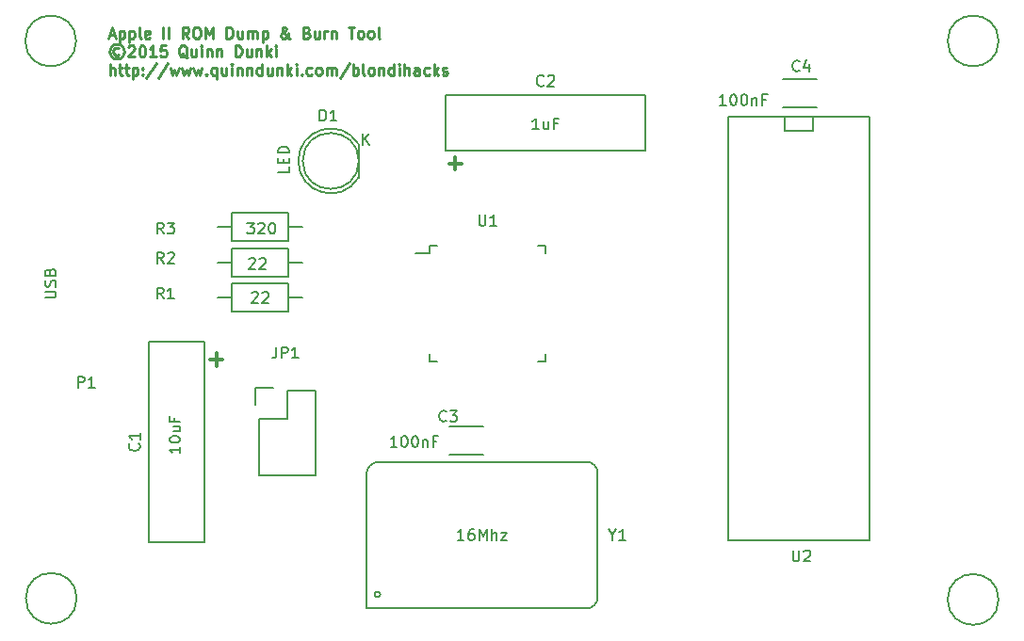
<source format=gbr>
G04 #@! TF.FileFunction,Legend,Top*
%FSLAX46Y46*%
G04 Gerber Fmt 4.6, Leading zero omitted, Abs format (unit mm)*
G04 Created by KiCad (PCBNEW (2015-07-24 BZR 5991)-product) date Tuesday, July 28, 2015 'PMt' 09:28:55 PM*
%MOMM*%
G01*
G04 APERTURE LIST*
%ADD10C,0.100000*%
%ADD11C,0.250000*%
%ADD12C,0.300000*%
%ADD13C,0.150000*%
G04 APERTURE END LIST*
D10*
D11*
X114846076Y-80507867D02*
X115322267Y-80507867D01*
X114750838Y-80793581D02*
X115084171Y-79793581D01*
X115417505Y-80793581D01*
X115750838Y-80126914D02*
X115750838Y-81126914D01*
X115750838Y-80174533D02*
X115846076Y-80126914D01*
X116036553Y-80126914D01*
X116131791Y-80174533D01*
X116179410Y-80222152D01*
X116227029Y-80317390D01*
X116227029Y-80603105D01*
X116179410Y-80698343D01*
X116131791Y-80745962D01*
X116036553Y-80793581D01*
X115846076Y-80793581D01*
X115750838Y-80745962D01*
X116655600Y-80126914D02*
X116655600Y-81126914D01*
X116655600Y-80174533D02*
X116750838Y-80126914D01*
X116941315Y-80126914D01*
X117036553Y-80174533D01*
X117084172Y-80222152D01*
X117131791Y-80317390D01*
X117131791Y-80603105D01*
X117084172Y-80698343D01*
X117036553Y-80745962D01*
X116941315Y-80793581D01*
X116750838Y-80793581D01*
X116655600Y-80745962D01*
X117703219Y-80793581D02*
X117607981Y-80745962D01*
X117560362Y-80650724D01*
X117560362Y-79793581D01*
X118465125Y-80745962D02*
X118369887Y-80793581D01*
X118179410Y-80793581D01*
X118084172Y-80745962D01*
X118036553Y-80650724D01*
X118036553Y-80269771D01*
X118084172Y-80174533D01*
X118179410Y-80126914D01*
X118369887Y-80126914D01*
X118465125Y-80174533D01*
X118512744Y-80269771D01*
X118512744Y-80365010D01*
X118036553Y-80460248D01*
X119703220Y-80793581D02*
X119703220Y-79793581D01*
X120179410Y-80793581D02*
X120179410Y-79793581D01*
X121988934Y-80793581D02*
X121655600Y-80317390D01*
X121417505Y-80793581D02*
X121417505Y-79793581D01*
X121798458Y-79793581D01*
X121893696Y-79841200D01*
X121941315Y-79888819D01*
X121988934Y-79984057D01*
X121988934Y-80126914D01*
X121941315Y-80222152D01*
X121893696Y-80269771D01*
X121798458Y-80317390D01*
X121417505Y-80317390D01*
X122607981Y-79793581D02*
X122798458Y-79793581D01*
X122893696Y-79841200D01*
X122988934Y-79936438D01*
X123036553Y-80126914D01*
X123036553Y-80460248D01*
X122988934Y-80650724D01*
X122893696Y-80745962D01*
X122798458Y-80793581D01*
X122607981Y-80793581D01*
X122512743Y-80745962D01*
X122417505Y-80650724D01*
X122369886Y-80460248D01*
X122369886Y-80126914D01*
X122417505Y-79936438D01*
X122512743Y-79841200D01*
X122607981Y-79793581D01*
X123465124Y-80793581D02*
X123465124Y-79793581D01*
X123798458Y-80507867D01*
X124131791Y-79793581D01*
X124131791Y-80793581D01*
X125369886Y-80793581D02*
X125369886Y-79793581D01*
X125607981Y-79793581D01*
X125750839Y-79841200D01*
X125846077Y-79936438D01*
X125893696Y-80031676D01*
X125941315Y-80222152D01*
X125941315Y-80365010D01*
X125893696Y-80555486D01*
X125846077Y-80650724D01*
X125750839Y-80745962D01*
X125607981Y-80793581D01*
X125369886Y-80793581D01*
X126798458Y-80126914D02*
X126798458Y-80793581D01*
X126369886Y-80126914D02*
X126369886Y-80650724D01*
X126417505Y-80745962D01*
X126512743Y-80793581D01*
X126655601Y-80793581D01*
X126750839Y-80745962D01*
X126798458Y-80698343D01*
X127274648Y-80793581D02*
X127274648Y-80126914D01*
X127274648Y-80222152D02*
X127322267Y-80174533D01*
X127417505Y-80126914D01*
X127560363Y-80126914D01*
X127655601Y-80174533D01*
X127703220Y-80269771D01*
X127703220Y-80793581D01*
X127703220Y-80269771D02*
X127750839Y-80174533D01*
X127846077Y-80126914D01*
X127988934Y-80126914D01*
X128084172Y-80174533D01*
X128131791Y-80269771D01*
X128131791Y-80793581D01*
X128607981Y-80126914D02*
X128607981Y-81126914D01*
X128607981Y-80174533D02*
X128703219Y-80126914D01*
X128893696Y-80126914D01*
X128988934Y-80174533D01*
X129036553Y-80222152D01*
X129084172Y-80317390D01*
X129084172Y-80603105D01*
X129036553Y-80698343D01*
X128988934Y-80745962D01*
X128893696Y-80793581D01*
X128703219Y-80793581D01*
X128607981Y-80745962D01*
X131084172Y-80793581D02*
X131036553Y-80793581D01*
X130941315Y-80745962D01*
X130798458Y-80603105D01*
X130560363Y-80317390D01*
X130465124Y-80174533D01*
X130417505Y-80031676D01*
X130417505Y-79936438D01*
X130465124Y-79841200D01*
X130560363Y-79793581D01*
X130607982Y-79793581D01*
X130703220Y-79841200D01*
X130750839Y-79936438D01*
X130750839Y-79984057D01*
X130703220Y-80079295D01*
X130655601Y-80126914D01*
X130369886Y-80317390D01*
X130322267Y-80365010D01*
X130274648Y-80460248D01*
X130274648Y-80603105D01*
X130322267Y-80698343D01*
X130369886Y-80745962D01*
X130465124Y-80793581D01*
X130607982Y-80793581D01*
X130703220Y-80745962D01*
X130750839Y-80698343D01*
X130893696Y-80507867D01*
X130941315Y-80365010D01*
X130941315Y-80269771D01*
X132607982Y-80269771D02*
X132750839Y-80317390D01*
X132798458Y-80365010D01*
X132846077Y-80460248D01*
X132846077Y-80603105D01*
X132798458Y-80698343D01*
X132750839Y-80745962D01*
X132655601Y-80793581D01*
X132274648Y-80793581D01*
X132274648Y-79793581D01*
X132607982Y-79793581D01*
X132703220Y-79841200D01*
X132750839Y-79888819D01*
X132798458Y-79984057D01*
X132798458Y-80079295D01*
X132750839Y-80174533D01*
X132703220Y-80222152D01*
X132607982Y-80269771D01*
X132274648Y-80269771D01*
X133703220Y-80126914D02*
X133703220Y-80793581D01*
X133274648Y-80126914D02*
X133274648Y-80650724D01*
X133322267Y-80745962D01*
X133417505Y-80793581D01*
X133560363Y-80793581D01*
X133655601Y-80745962D01*
X133703220Y-80698343D01*
X134179410Y-80793581D02*
X134179410Y-80126914D01*
X134179410Y-80317390D02*
X134227029Y-80222152D01*
X134274648Y-80174533D01*
X134369886Y-80126914D01*
X134465125Y-80126914D01*
X134798458Y-80126914D02*
X134798458Y-80793581D01*
X134798458Y-80222152D02*
X134846077Y-80174533D01*
X134941315Y-80126914D01*
X135084173Y-80126914D01*
X135179411Y-80174533D01*
X135227030Y-80269771D01*
X135227030Y-80793581D01*
X136322268Y-79793581D02*
X136893697Y-79793581D01*
X136607982Y-80793581D02*
X136607982Y-79793581D01*
X137369887Y-80793581D02*
X137274649Y-80745962D01*
X137227030Y-80698343D01*
X137179411Y-80603105D01*
X137179411Y-80317390D01*
X137227030Y-80222152D01*
X137274649Y-80174533D01*
X137369887Y-80126914D01*
X137512745Y-80126914D01*
X137607983Y-80174533D01*
X137655602Y-80222152D01*
X137703221Y-80317390D01*
X137703221Y-80603105D01*
X137655602Y-80698343D01*
X137607983Y-80745962D01*
X137512745Y-80793581D01*
X137369887Y-80793581D01*
X138274649Y-80793581D02*
X138179411Y-80745962D01*
X138131792Y-80698343D01*
X138084173Y-80603105D01*
X138084173Y-80317390D01*
X138131792Y-80222152D01*
X138179411Y-80174533D01*
X138274649Y-80126914D01*
X138417507Y-80126914D01*
X138512745Y-80174533D01*
X138560364Y-80222152D01*
X138607983Y-80317390D01*
X138607983Y-80603105D01*
X138560364Y-80698343D01*
X138512745Y-80745962D01*
X138417507Y-80793581D01*
X138274649Y-80793581D01*
X139179411Y-80793581D02*
X139084173Y-80745962D01*
X139036554Y-80650724D01*
X139036554Y-79793581D01*
X115703219Y-81681676D02*
X115607981Y-81634057D01*
X115417505Y-81634057D01*
X115322267Y-81681676D01*
X115227029Y-81776914D01*
X115179410Y-81872152D01*
X115179410Y-82062629D01*
X115227029Y-82157867D01*
X115322267Y-82253105D01*
X115417505Y-82300724D01*
X115607981Y-82300724D01*
X115703219Y-82253105D01*
X115512743Y-81300724D02*
X115274648Y-81348343D01*
X115036552Y-81491200D01*
X114893695Y-81729295D01*
X114846076Y-81967390D01*
X114893695Y-82205486D01*
X115036552Y-82443581D01*
X115274648Y-82586438D01*
X115512743Y-82634057D01*
X115750838Y-82586438D01*
X115988933Y-82443581D01*
X116131790Y-82205486D01*
X116179410Y-81967390D01*
X116131790Y-81729295D01*
X115988933Y-81491200D01*
X115750838Y-81348343D01*
X115512743Y-81300724D01*
X116560362Y-81538819D02*
X116607981Y-81491200D01*
X116703219Y-81443581D01*
X116941315Y-81443581D01*
X117036553Y-81491200D01*
X117084172Y-81538819D01*
X117131791Y-81634057D01*
X117131791Y-81729295D01*
X117084172Y-81872152D01*
X116512743Y-82443581D01*
X117131791Y-82443581D01*
X117750838Y-81443581D02*
X117846077Y-81443581D01*
X117941315Y-81491200D01*
X117988934Y-81538819D01*
X118036553Y-81634057D01*
X118084172Y-81824533D01*
X118084172Y-82062629D01*
X118036553Y-82253105D01*
X117988934Y-82348343D01*
X117941315Y-82395962D01*
X117846077Y-82443581D01*
X117750838Y-82443581D01*
X117655600Y-82395962D01*
X117607981Y-82348343D01*
X117560362Y-82253105D01*
X117512743Y-82062629D01*
X117512743Y-81824533D01*
X117560362Y-81634057D01*
X117607981Y-81538819D01*
X117655600Y-81491200D01*
X117750838Y-81443581D01*
X119036553Y-82443581D02*
X118465124Y-82443581D01*
X118750838Y-82443581D02*
X118750838Y-81443581D01*
X118655600Y-81586438D01*
X118560362Y-81681676D01*
X118465124Y-81729295D01*
X119941315Y-81443581D02*
X119465124Y-81443581D01*
X119417505Y-81919771D01*
X119465124Y-81872152D01*
X119560362Y-81824533D01*
X119798458Y-81824533D01*
X119893696Y-81872152D01*
X119941315Y-81919771D01*
X119988934Y-82015010D01*
X119988934Y-82253105D01*
X119941315Y-82348343D01*
X119893696Y-82395962D01*
X119798458Y-82443581D01*
X119560362Y-82443581D01*
X119465124Y-82395962D01*
X119417505Y-82348343D01*
X121846077Y-82538819D02*
X121750839Y-82491200D01*
X121655601Y-82395962D01*
X121512744Y-82253105D01*
X121417505Y-82205486D01*
X121322267Y-82205486D01*
X121369886Y-82443581D02*
X121274648Y-82395962D01*
X121179410Y-82300724D01*
X121131791Y-82110248D01*
X121131791Y-81776914D01*
X121179410Y-81586438D01*
X121274648Y-81491200D01*
X121369886Y-81443581D01*
X121560363Y-81443581D01*
X121655601Y-81491200D01*
X121750839Y-81586438D01*
X121798458Y-81776914D01*
X121798458Y-82110248D01*
X121750839Y-82300724D01*
X121655601Y-82395962D01*
X121560363Y-82443581D01*
X121369886Y-82443581D01*
X122655601Y-81776914D02*
X122655601Y-82443581D01*
X122227029Y-81776914D02*
X122227029Y-82300724D01*
X122274648Y-82395962D01*
X122369886Y-82443581D01*
X122512744Y-82443581D01*
X122607982Y-82395962D01*
X122655601Y-82348343D01*
X123131791Y-82443581D02*
X123131791Y-81776914D01*
X123131791Y-81443581D02*
X123084172Y-81491200D01*
X123131791Y-81538819D01*
X123179410Y-81491200D01*
X123131791Y-81443581D01*
X123131791Y-81538819D01*
X123607981Y-81776914D02*
X123607981Y-82443581D01*
X123607981Y-81872152D02*
X123655600Y-81824533D01*
X123750838Y-81776914D01*
X123893696Y-81776914D01*
X123988934Y-81824533D01*
X124036553Y-81919771D01*
X124036553Y-82443581D01*
X124512743Y-81776914D02*
X124512743Y-82443581D01*
X124512743Y-81872152D02*
X124560362Y-81824533D01*
X124655600Y-81776914D01*
X124798458Y-81776914D01*
X124893696Y-81824533D01*
X124941315Y-81919771D01*
X124941315Y-82443581D01*
X126179410Y-82443581D02*
X126179410Y-81443581D01*
X126417505Y-81443581D01*
X126560363Y-81491200D01*
X126655601Y-81586438D01*
X126703220Y-81681676D01*
X126750839Y-81872152D01*
X126750839Y-82015010D01*
X126703220Y-82205486D01*
X126655601Y-82300724D01*
X126560363Y-82395962D01*
X126417505Y-82443581D01*
X126179410Y-82443581D01*
X127607982Y-81776914D02*
X127607982Y-82443581D01*
X127179410Y-81776914D02*
X127179410Y-82300724D01*
X127227029Y-82395962D01*
X127322267Y-82443581D01*
X127465125Y-82443581D01*
X127560363Y-82395962D01*
X127607982Y-82348343D01*
X128084172Y-81776914D02*
X128084172Y-82443581D01*
X128084172Y-81872152D02*
X128131791Y-81824533D01*
X128227029Y-81776914D01*
X128369887Y-81776914D01*
X128465125Y-81824533D01*
X128512744Y-81919771D01*
X128512744Y-82443581D01*
X128988934Y-82443581D02*
X128988934Y-81443581D01*
X129084172Y-82062629D02*
X129369887Y-82443581D01*
X129369887Y-81776914D02*
X128988934Y-82157867D01*
X129798458Y-82443581D02*
X129798458Y-81776914D01*
X129798458Y-81443581D02*
X129750839Y-81491200D01*
X129798458Y-81538819D01*
X129846077Y-81491200D01*
X129798458Y-81443581D01*
X129798458Y-81538819D01*
X114893695Y-84093581D02*
X114893695Y-83093581D01*
X115322267Y-84093581D02*
X115322267Y-83569771D01*
X115274648Y-83474533D01*
X115179410Y-83426914D01*
X115036552Y-83426914D01*
X114941314Y-83474533D01*
X114893695Y-83522152D01*
X115655600Y-83426914D02*
X116036552Y-83426914D01*
X115798457Y-83093581D02*
X115798457Y-83950724D01*
X115846076Y-84045962D01*
X115941314Y-84093581D01*
X116036552Y-84093581D01*
X116227029Y-83426914D02*
X116607981Y-83426914D01*
X116369886Y-83093581D02*
X116369886Y-83950724D01*
X116417505Y-84045962D01*
X116512743Y-84093581D01*
X116607981Y-84093581D01*
X116941315Y-83426914D02*
X116941315Y-84426914D01*
X116941315Y-83474533D02*
X117036553Y-83426914D01*
X117227030Y-83426914D01*
X117322268Y-83474533D01*
X117369887Y-83522152D01*
X117417506Y-83617390D01*
X117417506Y-83903105D01*
X117369887Y-83998343D01*
X117322268Y-84045962D01*
X117227030Y-84093581D01*
X117036553Y-84093581D01*
X116941315Y-84045962D01*
X117846077Y-83998343D02*
X117893696Y-84045962D01*
X117846077Y-84093581D01*
X117798458Y-84045962D01*
X117846077Y-83998343D01*
X117846077Y-84093581D01*
X117846077Y-83474533D02*
X117893696Y-83522152D01*
X117846077Y-83569771D01*
X117798458Y-83522152D01*
X117846077Y-83474533D01*
X117846077Y-83569771D01*
X119036553Y-83045962D02*
X118179410Y-84331676D01*
X120084172Y-83045962D02*
X119227029Y-84331676D01*
X120322267Y-83426914D02*
X120512743Y-84093581D01*
X120703220Y-83617390D01*
X120893696Y-84093581D01*
X121084172Y-83426914D01*
X121369886Y-83426914D02*
X121560362Y-84093581D01*
X121750839Y-83617390D01*
X121941315Y-84093581D01*
X122131791Y-83426914D01*
X122417505Y-83426914D02*
X122607981Y-84093581D01*
X122798458Y-83617390D01*
X122988934Y-84093581D01*
X123179410Y-83426914D01*
X123560362Y-83998343D02*
X123607981Y-84045962D01*
X123560362Y-84093581D01*
X123512743Y-84045962D01*
X123560362Y-83998343D01*
X123560362Y-84093581D01*
X124465124Y-83426914D02*
X124465124Y-84426914D01*
X124465124Y-84045962D02*
X124369886Y-84093581D01*
X124179409Y-84093581D01*
X124084171Y-84045962D01*
X124036552Y-83998343D01*
X123988933Y-83903105D01*
X123988933Y-83617390D01*
X124036552Y-83522152D01*
X124084171Y-83474533D01*
X124179409Y-83426914D01*
X124369886Y-83426914D01*
X124465124Y-83474533D01*
X125369886Y-83426914D02*
X125369886Y-84093581D01*
X124941314Y-83426914D02*
X124941314Y-83950724D01*
X124988933Y-84045962D01*
X125084171Y-84093581D01*
X125227029Y-84093581D01*
X125322267Y-84045962D01*
X125369886Y-83998343D01*
X125846076Y-84093581D02*
X125846076Y-83426914D01*
X125846076Y-83093581D02*
X125798457Y-83141200D01*
X125846076Y-83188819D01*
X125893695Y-83141200D01*
X125846076Y-83093581D01*
X125846076Y-83188819D01*
X126322266Y-83426914D02*
X126322266Y-84093581D01*
X126322266Y-83522152D02*
X126369885Y-83474533D01*
X126465123Y-83426914D01*
X126607981Y-83426914D01*
X126703219Y-83474533D01*
X126750838Y-83569771D01*
X126750838Y-84093581D01*
X127227028Y-83426914D02*
X127227028Y-84093581D01*
X127227028Y-83522152D02*
X127274647Y-83474533D01*
X127369885Y-83426914D01*
X127512743Y-83426914D01*
X127607981Y-83474533D01*
X127655600Y-83569771D01*
X127655600Y-84093581D01*
X128560362Y-84093581D02*
X128560362Y-83093581D01*
X128560362Y-84045962D02*
X128465124Y-84093581D01*
X128274647Y-84093581D01*
X128179409Y-84045962D01*
X128131790Y-83998343D01*
X128084171Y-83903105D01*
X128084171Y-83617390D01*
X128131790Y-83522152D01*
X128179409Y-83474533D01*
X128274647Y-83426914D01*
X128465124Y-83426914D01*
X128560362Y-83474533D01*
X129465124Y-83426914D02*
X129465124Y-84093581D01*
X129036552Y-83426914D02*
X129036552Y-83950724D01*
X129084171Y-84045962D01*
X129179409Y-84093581D01*
X129322267Y-84093581D01*
X129417505Y-84045962D01*
X129465124Y-83998343D01*
X129941314Y-83426914D02*
X129941314Y-84093581D01*
X129941314Y-83522152D02*
X129988933Y-83474533D01*
X130084171Y-83426914D01*
X130227029Y-83426914D01*
X130322267Y-83474533D01*
X130369886Y-83569771D01*
X130369886Y-84093581D01*
X130846076Y-84093581D02*
X130846076Y-83093581D01*
X130941314Y-83712629D02*
X131227029Y-84093581D01*
X131227029Y-83426914D02*
X130846076Y-83807867D01*
X131655600Y-84093581D02*
X131655600Y-83426914D01*
X131655600Y-83093581D02*
X131607981Y-83141200D01*
X131655600Y-83188819D01*
X131703219Y-83141200D01*
X131655600Y-83093581D01*
X131655600Y-83188819D01*
X132131790Y-83998343D02*
X132179409Y-84045962D01*
X132131790Y-84093581D01*
X132084171Y-84045962D01*
X132131790Y-83998343D01*
X132131790Y-84093581D01*
X133036552Y-84045962D02*
X132941314Y-84093581D01*
X132750837Y-84093581D01*
X132655599Y-84045962D01*
X132607980Y-83998343D01*
X132560361Y-83903105D01*
X132560361Y-83617390D01*
X132607980Y-83522152D01*
X132655599Y-83474533D01*
X132750837Y-83426914D01*
X132941314Y-83426914D01*
X133036552Y-83474533D01*
X133607980Y-84093581D02*
X133512742Y-84045962D01*
X133465123Y-83998343D01*
X133417504Y-83903105D01*
X133417504Y-83617390D01*
X133465123Y-83522152D01*
X133512742Y-83474533D01*
X133607980Y-83426914D01*
X133750838Y-83426914D01*
X133846076Y-83474533D01*
X133893695Y-83522152D01*
X133941314Y-83617390D01*
X133941314Y-83903105D01*
X133893695Y-83998343D01*
X133846076Y-84045962D01*
X133750838Y-84093581D01*
X133607980Y-84093581D01*
X134369885Y-84093581D02*
X134369885Y-83426914D01*
X134369885Y-83522152D02*
X134417504Y-83474533D01*
X134512742Y-83426914D01*
X134655600Y-83426914D01*
X134750838Y-83474533D01*
X134798457Y-83569771D01*
X134798457Y-84093581D01*
X134798457Y-83569771D02*
X134846076Y-83474533D01*
X134941314Y-83426914D01*
X135084171Y-83426914D01*
X135179409Y-83474533D01*
X135227028Y-83569771D01*
X135227028Y-84093581D01*
X136417504Y-83045962D02*
X135560361Y-84331676D01*
X136750837Y-84093581D02*
X136750837Y-83093581D01*
X136750837Y-83474533D02*
X136846075Y-83426914D01*
X137036552Y-83426914D01*
X137131790Y-83474533D01*
X137179409Y-83522152D01*
X137227028Y-83617390D01*
X137227028Y-83903105D01*
X137179409Y-83998343D01*
X137131790Y-84045962D01*
X137036552Y-84093581D01*
X136846075Y-84093581D01*
X136750837Y-84045962D01*
X137798456Y-84093581D02*
X137703218Y-84045962D01*
X137655599Y-83950724D01*
X137655599Y-83093581D01*
X138322266Y-84093581D02*
X138227028Y-84045962D01*
X138179409Y-83998343D01*
X138131790Y-83903105D01*
X138131790Y-83617390D01*
X138179409Y-83522152D01*
X138227028Y-83474533D01*
X138322266Y-83426914D01*
X138465124Y-83426914D01*
X138560362Y-83474533D01*
X138607981Y-83522152D01*
X138655600Y-83617390D01*
X138655600Y-83903105D01*
X138607981Y-83998343D01*
X138560362Y-84045962D01*
X138465124Y-84093581D01*
X138322266Y-84093581D01*
X139084171Y-83426914D02*
X139084171Y-84093581D01*
X139084171Y-83522152D02*
X139131790Y-83474533D01*
X139227028Y-83426914D01*
X139369886Y-83426914D01*
X139465124Y-83474533D01*
X139512743Y-83569771D01*
X139512743Y-84093581D01*
X140417505Y-84093581D02*
X140417505Y-83093581D01*
X140417505Y-84045962D02*
X140322267Y-84093581D01*
X140131790Y-84093581D01*
X140036552Y-84045962D01*
X139988933Y-83998343D01*
X139941314Y-83903105D01*
X139941314Y-83617390D01*
X139988933Y-83522152D01*
X140036552Y-83474533D01*
X140131790Y-83426914D01*
X140322267Y-83426914D01*
X140417505Y-83474533D01*
X140893695Y-84093581D02*
X140893695Y-83426914D01*
X140893695Y-83093581D02*
X140846076Y-83141200D01*
X140893695Y-83188819D01*
X140941314Y-83141200D01*
X140893695Y-83093581D01*
X140893695Y-83188819D01*
X141369885Y-84093581D02*
X141369885Y-83093581D01*
X141798457Y-84093581D02*
X141798457Y-83569771D01*
X141750838Y-83474533D01*
X141655600Y-83426914D01*
X141512742Y-83426914D01*
X141417504Y-83474533D01*
X141369885Y-83522152D01*
X142703219Y-84093581D02*
X142703219Y-83569771D01*
X142655600Y-83474533D01*
X142560362Y-83426914D01*
X142369885Y-83426914D01*
X142274647Y-83474533D01*
X142703219Y-84045962D02*
X142607981Y-84093581D01*
X142369885Y-84093581D01*
X142274647Y-84045962D01*
X142227028Y-83950724D01*
X142227028Y-83855486D01*
X142274647Y-83760248D01*
X142369885Y-83712629D01*
X142607981Y-83712629D01*
X142703219Y-83665010D01*
X143607981Y-84045962D02*
X143512743Y-84093581D01*
X143322266Y-84093581D01*
X143227028Y-84045962D01*
X143179409Y-83998343D01*
X143131790Y-83903105D01*
X143131790Y-83617390D01*
X143179409Y-83522152D01*
X143227028Y-83474533D01*
X143322266Y-83426914D01*
X143512743Y-83426914D01*
X143607981Y-83474533D01*
X144036552Y-84093581D02*
X144036552Y-83093581D01*
X144131790Y-83712629D02*
X144417505Y-84093581D01*
X144417505Y-83426914D02*
X144036552Y-83807867D01*
X144798457Y-84045962D02*
X144893695Y-84093581D01*
X145084171Y-84093581D01*
X145179410Y-84045962D01*
X145227029Y-83950724D01*
X145227029Y-83903105D01*
X145179410Y-83807867D01*
X145084171Y-83760248D01*
X144941314Y-83760248D01*
X144846076Y-83712629D01*
X144798457Y-83617390D01*
X144798457Y-83569771D01*
X144846076Y-83474533D01*
X144941314Y-83426914D01*
X145084171Y-83426914D01*
X145179410Y-83474533D01*
D12*
X123888572Y-109708143D02*
X125031429Y-109708143D01*
X124460000Y-110279571D02*
X124460000Y-109136714D01*
X145376972Y-92055143D02*
X146519829Y-92055143D01*
X145948400Y-92626571D02*
X145948400Y-91483714D01*
D13*
X111861600Y-81026000D02*
G75*
G03X111861600Y-81026000I-2286000J0D01*
G01*
X194767200Y-81026000D02*
G75*
G03X194767200Y-81026000I-2286000J0D01*
G01*
X194767200Y-131267200D02*
G75*
G03X194767200Y-131267200I-2286000J0D01*
G01*
X137231888Y-90296096D02*
G75*
G03X137247000Y-93321000I-2484888J-1524904D01*
G01*
X137247000Y-90321000D02*
X137247000Y-93321000D01*
X137264936Y-91821000D02*
G75*
G03X137264936Y-91821000I-2517936J0D01*
G01*
X128270000Y-115062000D02*
X128270000Y-120142000D01*
X127990000Y-112242000D02*
X129540000Y-112242000D01*
X130810000Y-112522000D02*
X130810000Y-115062000D01*
X130810000Y-115062000D02*
X128270000Y-115062000D01*
X128270000Y-120142000D02*
X133350000Y-120142000D01*
X133350000Y-120142000D02*
X133350000Y-115062000D01*
X127990000Y-112242000D02*
X127990000Y-113792000D01*
X133350000Y-112522000D02*
X130810000Y-112522000D01*
X133350000Y-115062000D02*
X133350000Y-112522000D01*
X143669000Y-99473000D02*
X143669000Y-100148000D01*
X154019000Y-99473000D02*
X154019000Y-100148000D01*
X154019000Y-109823000D02*
X154019000Y-109148000D01*
X143669000Y-109823000D02*
X143669000Y-109148000D01*
X143669000Y-99473000D02*
X144344000Y-99473000D01*
X143669000Y-109823000D02*
X144344000Y-109823000D01*
X154019000Y-109823000D02*
X153344000Y-109823000D01*
X154019000Y-99473000D02*
X153344000Y-99473000D01*
X143669000Y-100148000D02*
X142394000Y-100148000D01*
X178054000Y-87884000D02*
X178054000Y-87884000D01*
X178054000Y-87884000D02*
X178054000Y-89154000D01*
X178054000Y-89154000D02*
X175514000Y-89154000D01*
X175514000Y-89154000D02*
X175514000Y-87884000D01*
X183134000Y-87884000D02*
X183134000Y-125984000D01*
X183134000Y-125984000D02*
X170434000Y-125984000D01*
X170434000Y-125984000D02*
X170434000Y-87884000D01*
X170434000Y-87884000D02*
X183134000Y-87884000D01*
X118404000Y-126087000D02*
X118404000Y-126087000D01*
X123404000Y-108087000D02*
X118404000Y-108087000D01*
X118404000Y-108087000D02*
X118404000Y-126087000D01*
X118404000Y-126087000D02*
X123404000Y-126087000D01*
X123404000Y-126087000D02*
X123404000Y-108087000D01*
X145058000Y-85892000D02*
X145058000Y-85892000D01*
X163058000Y-90892000D02*
X163058000Y-85892000D01*
X163058000Y-85892000D02*
X145058000Y-85892000D01*
X145058000Y-85892000D02*
X145058000Y-90892000D01*
X145058000Y-90892000D02*
X163058000Y-90892000D01*
X145419000Y-115717000D02*
X148419000Y-115717000D01*
X148419000Y-118217000D02*
X145419000Y-118217000D01*
X175391000Y-84475000D02*
X178391000Y-84475000D01*
X178391000Y-86975000D02*
X175391000Y-86975000D01*
X130937000Y-105410000D02*
X125857000Y-105410000D01*
X125857000Y-105410000D02*
X125857000Y-102870000D01*
X125857000Y-102870000D02*
X130937000Y-102870000D01*
X130937000Y-102870000D02*
X130937000Y-105410000D01*
X130937000Y-104140000D02*
X132207000Y-104140000D01*
X125857000Y-104140000D02*
X124587000Y-104140000D01*
X130937000Y-102235000D02*
X125857000Y-102235000D01*
X125857000Y-102235000D02*
X125857000Y-99695000D01*
X125857000Y-99695000D02*
X130937000Y-99695000D01*
X130937000Y-99695000D02*
X130937000Y-102235000D01*
X130937000Y-100965000D02*
X132207000Y-100965000D01*
X125857000Y-100965000D02*
X124587000Y-100965000D01*
X125857000Y-96520000D02*
X130937000Y-96520000D01*
X130937000Y-96520000D02*
X130937000Y-99060000D01*
X130937000Y-99060000D02*
X125857000Y-99060000D01*
X125857000Y-99060000D02*
X125857000Y-96520000D01*
X125857000Y-97790000D02*
X124587000Y-97790000D01*
X130937000Y-97790000D02*
X132207000Y-97790000D01*
X139192000Y-130810000D02*
G75*
G03X139192000Y-130810000I-254000J0D01*
G01*
X137937240Y-120075960D02*
X137937240Y-132074920D01*
X157736540Y-132074920D02*
X137937240Y-132074920D01*
X158734760Y-119875300D02*
X158734760Y-130975100D01*
X139235180Y-118877080D02*
X157736540Y-118877080D01*
X158734760Y-119875300D02*
G75*
G03X157736540Y-118877080I-998220J0D01*
G01*
X139131040Y-118877080D02*
G75*
G03X137932160Y-120075960I0J-1198880D01*
G01*
X157736540Y-132074920D02*
G75*
G03X158734760Y-131076700I0J998220D01*
G01*
X111912400Y-131165600D02*
G75*
G03X111912400Y-131165600I-2286000J0D01*
G01*
X133754905Y-88209381D02*
X133754905Y-87209381D01*
X133993000Y-87209381D01*
X134135858Y-87257000D01*
X134231096Y-87352238D01*
X134278715Y-87447476D01*
X134326334Y-87637952D01*
X134326334Y-87780810D01*
X134278715Y-87971286D01*
X134231096Y-88066524D01*
X134135858Y-88161762D01*
X133993000Y-88209381D01*
X133754905Y-88209381D01*
X135278715Y-88209381D02*
X134707286Y-88209381D01*
X134993000Y-88209381D02*
X134993000Y-87209381D01*
X134897762Y-87352238D01*
X134802524Y-87447476D01*
X134707286Y-87495095D01*
X131008381Y-92336857D02*
X131008381Y-92813048D01*
X130008381Y-92813048D01*
X130484571Y-92003524D02*
X130484571Y-91670190D01*
X131008381Y-91527333D02*
X131008381Y-92003524D01*
X130008381Y-92003524D01*
X130008381Y-91527333D01*
X131008381Y-91098762D02*
X130008381Y-91098762D01*
X130008381Y-90860667D01*
X130056000Y-90717809D01*
X130151238Y-90622571D01*
X130246476Y-90574952D01*
X130436952Y-90527333D01*
X130579810Y-90527333D01*
X130770286Y-90574952D01*
X130865524Y-90622571D01*
X130960762Y-90717809D01*
X131008381Y-90860667D01*
X131008381Y-91098762D01*
X137660095Y-90368381D02*
X137660095Y-89368381D01*
X138231524Y-90368381D02*
X137802952Y-89796952D01*
X138231524Y-89368381D02*
X137660095Y-89939810D01*
X129849667Y-108545381D02*
X129849667Y-109259667D01*
X129802047Y-109402524D01*
X129706809Y-109497762D01*
X129563952Y-109545381D01*
X129468714Y-109545381D01*
X130325857Y-109545381D02*
X130325857Y-108545381D01*
X130706810Y-108545381D01*
X130802048Y-108593000D01*
X130849667Y-108640619D01*
X130897286Y-108735857D01*
X130897286Y-108878714D01*
X130849667Y-108973952D01*
X130802048Y-109021571D01*
X130706810Y-109069190D01*
X130325857Y-109069190D01*
X131849667Y-109545381D02*
X131278238Y-109545381D01*
X131563952Y-109545381D02*
X131563952Y-108545381D01*
X131468714Y-108688238D01*
X131373476Y-108783476D01*
X131278238Y-108831095D01*
X148082095Y-96650381D02*
X148082095Y-97459905D01*
X148129714Y-97555143D01*
X148177333Y-97602762D01*
X148272571Y-97650381D01*
X148463048Y-97650381D01*
X148558286Y-97602762D01*
X148605905Y-97555143D01*
X148653524Y-97459905D01*
X148653524Y-96650381D01*
X149653524Y-97650381D02*
X149082095Y-97650381D01*
X149367809Y-97650381D02*
X149367809Y-96650381D01*
X149272571Y-96793238D01*
X149177333Y-96888476D01*
X149082095Y-96936095D01*
X176276095Y-126833381D02*
X176276095Y-127642905D01*
X176323714Y-127738143D01*
X176371333Y-127785762D01*
X176466571Y-127833381D01*
X176657048Y-127833381D01*
X176752286Y-127785762D01*
X176799905Y-127738143D01*
X176847524Y-127642905D01*
X176847524Y-126833381D01*
X177276095Y-126928619D02*
X177323714Y-126881000D01*
X177418952Y-126833381D01*
X177657048Y-126833381D01*
X177752286Y-126881000D01*
X177799905Y-126928619D01*
X177847524Y-127023857D01*
X177847524Y-127119095D01*
X177799905Y-127261952D01*
X177228476Y-127833381D01*
X177847524Y-127833381D01*
X117511143Y-117253666D02*
X117558762Y-117301285D01*
X117606381Y-117444142D01*
X117606381Y-117539380D01*
X117558762Y-117682238D01*
X117463524Y-117777476D01*
X117368286Y-117825095D01*
X117177810Y-117872714D01*
X117034952Y-117872714D01*
X116844476Y-117825095D01*
X116749238Y-117777476D01*
X116654000Y-117682238D01*
X116606381Y-117539380D01*
X116606381Y-117444142D01*
X116654000Y-117301285D01*
X116701619Y-117253666D01*
X117606381Y-116301285D02*
X117606381Y-116872714D01*
X117606381Y-116587000D02*
X116606381Y-116587000D01*
X116749238Y-116682238D01*
X116844476Y-116777476D01*
X116892095Y-116872714D01*
X121229381Y-117530428D02*
X121229381Y-118101857D01*
X121229381Y-117816143D02*
X120229381Y-117816143D01*
X120372238Y-117911381D01*
X120467476Y-118006619D01*
X120515095Y-118101857D01*
X120229381Y-116911381D02*
X120229381Y-116816142D01*
X120277000Y-116720904D01*
X120324619Y-116673285D01*
X120419857Y-116625666D01*
X120610333Y-116578047D01*
X120848429Y-116578047D01*
X121038905Y-116625666D01*
X121134143Y-116673285D01*
X121181762Y-116720904D01*
X121229381Y-116816142D01*
X121229381Y-116911381D01*
X121181762Y-117006619D01*
X121134143Y-117054238D01*
X121038905Y-117101857D01*
X120848429Y-117149476D01*
X120610333Y-117149476D01*
X120419857Y-117101857D01*
X120324619Y-117054238D01*
X120277000Y-117006619D01*
X120229381Y-116911381D01*
X120562714Y-115720904D02*
X121229381Y-115720904D01*
X120562714Y-116149476D02*
X121086524Y-116149476D01*
X121181762Y-116101857D01*
X121229381Y-116006619D01*
X121229381Y-115863761D01*
X121181762Y-115768523D01*
X121134143Y-115720904D01*
X120705571Y-114911380D02*
X120705571Y-115244714D01*
X121229381Y-115244714D02*
X120229381Y-115244714D01*
X120229381Y-114768523D01*
X153891334Y-84999143D02*
X153843715Y-85046762D01*
X153700858Y-85094381D01*
X153605620Y-85094381D01*
X153462762Y-85046762D01*
X153367524Y-84951524D01*
X153319905Y-84856286D01*
X153272286Y-84665810D01*
X153272286Y-84522952D01*
X153319905Y-84332476D01*
X153367524Y-84237238D01*
X153462762Y-84142000D01*
X153605620Y-84094381D01*
X153700858Y-84094381D01*
X153843715Y-84142000D01*
X153891334Y-84189619D01*
X154272286Y-84189619D02*
X154319905Y-84142000D01*
X154415143Y-84094381D01*
X154653239Y-84094381D01*
X154748477Y-84142000D01*
X154796096Y-84189619D01*
X154843715Y-84284857D01*
X154843715Y-84380095D01*
X154796096Y-84522952D01*
X154224667Y-85094381D01*
X154843715Y-85094381D01*
X153455762Y-88971381D02*
X152884333Y-88971381D01*
X153170047Y-88971381D02*
X153170047Y-87971381D01*
X153074809Y-88114238D01*
X152979571Y-88209476D01*
X152884333Y-88257095D01*
X154312905Y-88304714D02*
X154312905Y-88971381D01*
X153884333Y-88304714D02*
X153884333Y-88828524D01*
X153931952Y-88923762D01*
X154027190Y-88971381D01*
X154170048Y-88971381D01*
X154265286Y-88923762D01*
X154312905Y-88876143D01*
X155122429Y-88447571D02*
X154789095Y-88447571D01*
X154789095Y-88971381D02*
X154789095Y-87971381D01*
X155265286Y-87971381D01*
X145121334Y-115165143D02*
X145073715Y-115212762D01*
X144930858Y-115260381D01*
X144835620Y-115260381D01*
X144692762Y-115212762D01*
X144597524Y-115117524D01*
X144549905Y-115022286D01*
X144502286Y-114831810D01*
X144502286Y-114688952D01*
X144549905Y-114498476D01*
X144597524Y-114403238D01*
X144692762Y-114308000D01*
X144835620Y-114260381D01*
X144930858Y-114260381D01*
X145073715Y-114308000D01*
X145121334Y-114355619D01*
X145454667Y-114260381D02*
X146073715Y-114260381D01*
X145740381Y-114641333D01*
X145883239Y-114641333D01*
X145978477Y-114688952D01*
X146026096Y-114736571D01*
X146073715Y-114831810D01*
X146073715Y-115069905D01*
X146026096Y-115165143D01*
X145978477Y-115212762D01*
X145883239Y-115260381D01*
X145597524Y-115260381D01*
X145502286Y-115212762D01*
X145454667Y-115165143D01*
X140692381Y-117546381D02*
X140120952Y-117546381D01*
X140406666Y-117546381D02*
X140406666Y-116546381D01*
X140311428Y-116689238D01*
X140216190Y-116784476D01*
X140120952Y-116832095D01*
X141311428Y-116546381D02*
X141406667Y-116546381D01*
X141501905Y-116594000D01*
X141549524Y-116641619D01*
X141597143Y-116736857D01*
X141644762Y-116927333D01*
X141644762Y-117165429D01*
X141597143Y-117355905D01*
X141549524Y-117451143D01*
X141501905Y-117498762D01*
X141406667Y-117546381D01*
X141311428Y-117546381D01*
X141216190Y-117498762D01*
X141168571Y-117451143D01*
X141120952Y-117355905D01*
X141073333Y-117165429D01*
X141073333Y-116927333D01*
X141120952Y-116736857D01*
X141168571Y-116641619D01*
X141216190Y-116594000D01*
X141311428Y-116546381D01*
X142263809Y-116546381D02*
X142359048Y-116546381D01*
X142454286Y-116594000D01*
X142501905Y-116641619D01*
X142549524Y-116736857D01*
X142597143Y-116927333D01*
X142597143Y-117165429D01*
X142549524Y-117355905D01*
X142501905Y-117451143D01*
X142454286Y-117498762D01*
X142359048Y-117546381D01*
X142263809Y-117546381D01*
X142168571Y-117498762D01*
X142120952Y-117451143D01*
X142073333Y-117355905D01*
X142025714Y-117165429D01*
X142025714Y-116927333D01*
X142073333Y-116736857D01*
X142120952Y-116641619D01*
X142168571Y-116594000D01*
X142263809Y-116546381D01*
X143025714Y-116879714D02*
X143025714Y-117546381D01*
X143025714Y-116974952D02*
X143073333Y-116927333D01*
X143168571Y-116879714D01*
X143311429Y-116879714D01*
X143406667Y-116927333D01*
X143454286Y-117022571D01*
X143454286Y-117546381D01*
X144263810Y-117022571D02*
X143930476Y-117022571D01*
X143930476Y-117546381D02*
X143930476Y-116546381D01*
X144406667Y-116546381D01*
X176871334Y-83669143D02*
X176823715Y-83716762D01*
X176680858Y-83764381D01*
X176585620Y-83764381D01*
X176442762Y-83716762D01*
X176347524Y-83621524D01*
X176299905Y-83526286D01*
X176252286Y-83335810D01*
X176252286Y-83192952D01*
X176299905Y-83002476D01*
X176347524Y-82907238D01*
X176442762Y-82812000D01*
X176585620Y-82764381D01*
X176680858Y-82764381D01*
X176823715Y-82812000D01*
X176871334Y-82859619D01*
X177728477Y-83097714D02*
X177728477Y-83764381D01*
X177490381Y-82716762D02*
X177252286Y-83431048D01*
X177871334Y-83431048D01*
X170283381Y-86812381D02*
X169711952Y-86812381D01*
X169997666Y-86812381D02*
X169997666Y-85812381D01*
X169902428Y-85955238D01*
X169807190Y-86050476D01*
X169711952Y-86098095D01*
X170902428Y-85812381D02*
X170997667Y-85812381D01*
X171092905Y-85860000D01*
X171140524Y-85907619D01*
X171188143Y-86002857D01*
X171235762Y-86193333D01*
X171235762Y-86431429D01*
X171188143Y-86621905D01*
X171140524Y-86717143D01*
X171092905Y-86764762D01*
X170997667Y-86812381D01*
X170902428Y-86812381D01*
X170807190Y-86764762D01*
X170759571Y-86717143D01*
X170711952Y-86621905D01*
X170664333Y-86431429D01*
X170664333Y-86193333D01*
X170711952Y-86002857D01*
X170759571Y-85907619D01*
X170807190Y-85860000D01*
X170902428Y-85812381D01*
X171854809Y-85812381D02*
X171950048Y-85812381D01*
X172045286Y-85860000D01*
X172092905Y-85907619D01*
X172140524Y-86002857D01*
X172188143Y-86193333D01*
X172188143Y-86431429D01*
X172140524Y-86621905D01*
X172092905Y-86717143D01*
X172045286Y-86764762D01*
X171950048Y-86812381D01*
X171854809Y-86812381D01*
X171759571Y-86764762D01*
X171711952Y-86717143D01*
X171664333Y-86621905D01*
X171616714Y-86431429D01*
X171616714Y-86193333D01*
X171664333Y-86002857D01*
X171711952Y-85907619D01*
X171759571Y-85860000D01*
X171854809Y-85812381D01*
X172616714Y-86145714D02*
X172616714Y-86812381D01*
X172616714Y-86240952D02*
X172664333Y-86193333D01*
X172759571Y-86145714D01*
X172902429Y-86145714D01*
X172997667Y-86193333D01*
X173045286Y-86288571D01*
X173045286Y-86812381D01*
X173854810Y-86288571D02*
X173521476Y-86288571D01*
X173521476Y-86812381D02*
X173521476Y-85812381D01*
X173997667Y-85812381D01*
X119721334Y-104211381D02*
X119388000Y-103735190D01*
X119149905Y-104211381D02*
X119149905Y-103211381D01*
X119530858Y-103211381D01*
X119626096Y-103259000D01*
X119673715Y-103306619D01*
X119721334Y-103401857D01*
X119721334Y-103544714D01*
X119673715Y-103639952D01*
X119626096Y-103687571D01*
X119530858Y-103735190D01*
X119149905Y-103735190D01*
X120673715Y-104211381D02*
X120102286Y-104211381D01*
X120388000Y-104211381D02*
X120388000Y-103211381D01*
X120292762Y-103354238D01*
X120197524Y-103449476D01*
X120102286Y-103497095D01*
X127635095Y-103687619D02*
X127682714Y-103640000D01*
X127777952Y-103592381D01*
X128016048Y-103592381D01*
X128111286Y-103640000D01*
X128158905Y-103687619D01*
X128206524Y-103782857D01*
X128206524Y-103878095D01*
X128158905Y-104020952D01*
X127587476Y-104592381D01*
X128206524Y-104592381D01*
X128587476Y-103687619D02*
X128635095Y-103640000D01*
X128730333Y-103592381D01*
X128968429Y-103592381D01*
X129063667Y-103640000D01*
X129111286Y-103687619D01*
X129158905Y-103782857D01*
X129158905Y-103878095D01*
X129111286Y-104020952D01*
X128539857Y-104592381D01*
X129158905Y-104592381D01*
X119721334Y-101036381D02*
X119388000Y-100560190D01*
X119149905Y-101036381D02*
X119149905Y-100036381D01*
X119530858Y-100036381D01*
X119626096Y-100084000D01*
X119673715Y-100131619D01*
X119721334Y-100226857D01*
X119721334Y-100369714D01*
X119673715Y-100464952D01*
X119626096Y-100512571D01*
X119530858Y-100560190D01*
X119149905Y-100560190D01*
X120102286Y-100131619D02*
X120149905Y-100084000D01*
X120245143Y-100036381D01*
X120483239Y-100036381D01*
X120578477Y-100084000D01*
X120626096Y-100131619D01*
X120673715Y-100226857D01*
X120673715Y-100322095D01*
X120626096Y-100464952D01*
X120054667Y-101036381D01*
X120673715Y-101036381D01*
X127381095Y-100639619D02*
X127428714Y-100592000D01*
X127523952Y-100544381D01*
X127762048Y-100544381D01*
X127857286Y-100592000D01*
X127904905Y-100639619D01*
X127952524Y-100734857D01*
X127952524Y-100830095D01*
X127904905Y-100972952D01*
X127333476Y-101544381D01*
X127952524Y-101544381D01*
X128333476Y-100639619D02*
X128381095Y-100592000D01*
X128476333Y-100544381D01*
X128714429Y-100544381D01*
X128809667Y-100592000D01*
X128857286Y-100639619D01*
X128904905Y-100734857D01*
X128904905Y-100830095D01*
X128857286Y-100972952D01*
X128285857Y-101544381D01*
X128904905Y-101544381D01*
X119721334Y-98369381D02*
X119388000Y-97893190D01*
X119149905Y-98369381D02*
X119149905Y-97369381D01*
X119530858Y-97369381D01*
X119626096Y-97417000D01*
X119673715Y-97464619D01*
X119721334Y-97559857D01*
X119721334Y-97702714D01*
X119673715Y-97797952D01*
X119626096Y-97845571D01*
X119530858Y-97893190D01*
X119149905Y-97893190D01*
X120054667Y-97369381D02*
X120673715Y-97369381D01*
X120340381Y-97750333D01*
X120483239Y-97750333D01*
X120578477Y-97797952D01*
X120626096Y-97845571D01*
X120673715Y-97940810D01*
X120673715Y-98178905D01*
X120626096Y-98274143D01*
X120578477Y-98321762D01*
X120483239Y-98369381D01*
X120197524Y-98369381D01*
X120102286Y-98321762D01*
X120054667Y-98274143D01*
X127238286Y-97369381D02*
X127857334Y-97369381D01*
X127524000Y-97750333D01*
X127666858Y-97750333D01*
X127762096Y-97797952D01*
X127809715Y-97845571D01*
X127857334Y-97940810D01*
X127857334Y-98178905D01*
X127809715Y-98274143D01*
X127762096Y-98321762D01*
X127666858Y-98369381D01*
X127381143Y-98369381D01*
X127285905Y-98321762D01*
X127238286Y-98274143D01*
X128238286Y-97464619D02*
X128285905Y-97417000D01*
X128381143Y-97369381D01*
X128619239Y-97369381D01*
X128714477Y-97417000D01*
X128762096Y-97464619D01*
X128809715Y-97559857D01*
X128809715Y-97655095D01*
X128762096Y-97797952D01*
X128190667Y-98369381D01*
X128809715Y-98369381D01*
X129428762Y-97369381D02*
X129524001Y-97369381D01*
X129619239Y-97417000D01*
X129666858Y-97464619D01*
X129714477Y-97559857D01*
X129762096Y-97750333D01*
X129762096Y-97988429D01*
X129714477Y-98178905D01*
X129666858Y-98274143D01*
X129619239Y-98321762D01*
X129524001Y-98369381D01*
X129428762Y-98369381D01*
X129333524Y-98321762D01*
X129285905Y-98274143D01*
X129238286Y-98178905D01*
X129190667Y-97988429D01*
X129190667Y-97750333D01*
X129238286Y-97559857D01*
X129285905Y-97464619D01*
X129333524Y-97417000D01*
X129428762Y-97369381D01*
X160051809Y-125452190D02*
X160051809Y-125928381D01*
X159718476Y-124928381D02*
X160051809Y-125452190D01*
X160385143Y-124928381D01*
X161242286Y-125928381D02*
X160670857Y-125928381D01*
X160956571Y-125928381D02*
X160956571Y-124928381D01*
X160861333Y-125071238D01*
X160766095Y-125166476D01*
X160670857Y-125214095D01*
X146716953Y-125928381D02*
X146145524Y-125928381D01*
X146431238Y-125928381D02*
X146431238Y-124928381D01*
X146336000Y-125071238D01*
X146240762Y-125166476D01*
X146145524Y-125214095D01*
X147574096Y-124928381D02*
X147383619Y-124928381D01*
X147288381Y-124976000D01*
X147240762Y-125023619D01*
X147145524Y-125166476D01*
X147097905Y-125356952D01*
X147097905Y-125737905D01*
X147145524Y-125833143D01*
X147193143Y-125880762D01*
X147288381Y-125928381D01*
X147478858Y-125928381D01*
X147574096Y-125880762D01*
X147621715Y-125833143D01*
X147669334Y-125737905D01*
X147669334Y-125499810D01*
X147621715Y-125404571D01*
X147574096Y-125356952D01*
X147478858Y-125309333D01*
X147288381Y-125309333D01*
X147193143Y-125356952D01*
X147145524Y-125404571D01*
X147097905Y-125499810D01*
X148097905Y-125928381D02*
X148097905Y-124928381D01*
X148431239Y-125642667D01*
X148764572Y-124928381D01*
X148764572Y-125928381D01*
X149240762Y-125928381D02*
X149240762Y-124928381D01*
X149669334Y-125928381D02*
X149669334Y-125404571D01*
X149621715Y-125309333D01*
X149526477Y-125261714D01*
X149383619Y-125261714D01*
X149288381Y-125309333D01*
X149240762Y-125356952D01*
X150050286Y-125261714D02*
X150574096Y-125261714D01*
X150050286Y-125928381D01*
X150574096Y-125928381D01*
X112037905Y-112212381D02*
X112037905Y-111212381D01*
X112418858Y-111212381D01*
X112514096Y-111260000D01*
X112561715Y-111307619D01*
X112609334Y-111402857D01*
X112609334Y-111545714D01*
X112561715Y-111640952D01*
X112514096Y-111688571D01*
X112418858Y-111736190D01*
X112037905Y-111736190D01*
X113561715Y-112212381D02*
X112990286Y-112212381D01*
X113276000Y-112212381D02*
X113276000Y-111212381D01*
X113180762Y-111355238D01*
X113085524Y-111450476D01*
X112990286Y-111498095D01*
X109053381Y-104131905D02*
X109862905Y-104131905D01*
X109958143Y-104084286D01*
X110005762Y-104036667D01*
X110053381Y-103941429D01*
X110053381Y-103750952D01*
X110005762Y-103655714D01*
X109958143Y-103608095D01*
X109862905Y-103560476D01*
X109053381Y-103560476D01*
X110005762Y-103131905D02*
X110053381Y-102989048D01*
X110053381Y-102750952D01*
X110005762Y-102655714D01*
X109958143Y-102608095D01*
X109862905Y-102560476D01*
X109767667Y-102560476D01*
X109672429Y-102608095D01*
X109624810Y-102655714D01*
X109577190Y-102750952D01*
X109529571Y-102941429D01*
X109481952Y-103036667D01*
X109434333Y-103084286D01*
X109339095Y-103131905D01*
X109243857Y-103131905D01*
X109148619Y-103084286D01*
X109101000Y-103036667D01*
X109053381Y-102941429D01*
X109053381Y-102703333D01*
X109101000Y-102560476D01*
X109529571Y-101798571D02*
X109577190Y-101655714D01*
X109624810Y-101608095D01*
X109720048Y-101560476D01*
X109862905Y-101560476D01*
X109958143Y-101608095D01*
X110005762Y-101655714D01*
X110053381Y-101750952D01*
X110053381Y-102131905D01*
X109053381Y-102131905D01*
X109053381Y-101798571D01*
X109101000Y-101703333D01*
X109148619Y-101655714D01*
X109243857Y-101608095D01*
X109339095Y-101608095D01*
X109434333Y-101655714D01*
X109481952Y-101703333D01*
X109529571Y-101798571D01*
X109529571Y-102131905D01*
M02*

</source>
